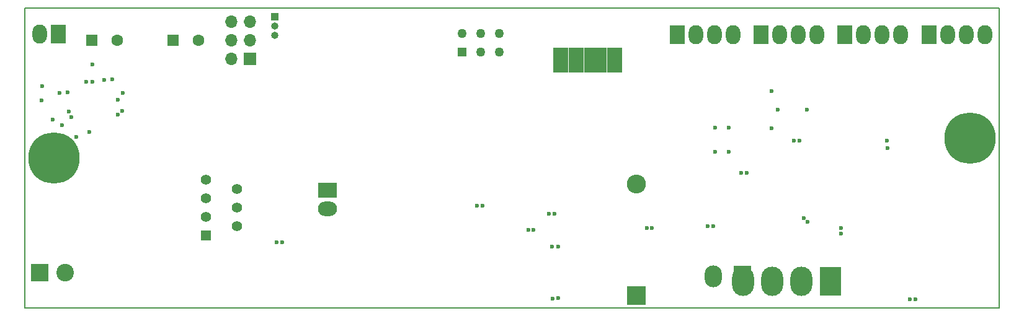
<source format=gbr>
G04 #@! TF.FileFunction,Copper,L4,Inr,Signal*
%FSLAX46Y46*%
G04 Gerber Fmt 4.6, Leading zero omitted, Abs format (unit mm)*
G04 Created by KiCad (PCBNEW 4.0.7) date 06/14/18 22:28:00*
%MOMM*%
%LPD*%
G01*
G04 APERTURE LIST*
%ADD10C,0.100000*%
%ADD11C,0.150000*%
%ADD12R,1.600000X1.600000*%
%ADD13C,1.600000*%
%ADD14R,2.600000X2.600000*%
%ADD15O,2.600000X2.600000*%
%ADD16C,7.000000*%
%ADD17R,1.700000X1.700000*%
%ADD18O,1.700000X1.700000*%
%ADD19R,1.000000X1.000000*%
%ADD20O,1.000000X1.000000*%
%ADD21R,2.350000X3.000000*%
%ADD22O,2.350000X3.000000*%
%ADD23C,1.270000*%
%ADD24R,1.270000X1.270000*%
%ADD25R,2.000000X2.600000*%
%ADD26O,2.000000X2.600000*%
%ADD27R,1.397000X1.397000*%
%ADD28C,1.397000*%
%ADD29R,1.100000X0.890000*%
%ADD30R,2.600000X2.000000*%
%ADD31O,2.600000X2.000000*%
%ADD32C,2.400000*%
%ADD33R,2.400000X2.400000*%
%ADD34R,3.000000X4.000000*%
%ADD35O,3.000000X4.000000*%
%ADD36C,0.600000*%
G04 APERTURE END LIST*
D10*
D11*
X25000000Y-164000000D02*
X25000000Y-123000000D01*
X158000000Y-164000000D02*
X25000000Y-164000000D01*
X158000000Y-123000000D02*
X158000000Y-164000000D01*
X25000000Y-123000000D02*
X158000000Y-123000000D01*
D12*
X45200000Y-127450000D03*
D13*
X48700000Y-127450000D03*
D12*
X34100000Y-127450000D03*
D13*
X37600000Y-127450000D03*
D14*
X108490000Y-162350000D03*
D15*
X108490000Y-147110000D03*
D16*
X154010000Y-140810000D03*
D17*
X55690000Y-129950000D03*
D18*
X53150000Y-129950000D03*
X55690000Y-127410000D03*
X53150000Y-127410000D03*
X55690000Y-124870000D03*
X53150000Y-124870000D03*
D19*
X59090000Y-124250000D03*
D20*
X59090000Y-125520000D03*
X59090000Y-126790000D03*
D21*
X122950000Y-159700000D03*
D22*
X118990000Y-159700000D03*
D23*
X84690000Y-126480000D03*
X87230000Y-126480000D03*
X89770000Y-126480000D03*
D24*
X84690000Y-129020000D03*
D23*
X87230000Y-129020000D03*
X89770000Y-129020000D03*
D25*
X125520000Y-126650000D03*
D26*
X128060000Y-126650000D03*
X130600000Y-126650000D03*
X133140000Y-126650000D03*
D25*
X114080000Y-126650000D03*
D26*
X116620000Y-126650000D03*
X119160000Y-126650000D03*
X121700000Y-126650000D03*
D25*
X136950000Y-126650000D03*
D26*
X139490000Y-126650000D03*
X142030000Y-126650000D03*
X144570000Y-126650000D03*
D25*
X148400000Y-126650000D03*
D26*
X150940000Y-126650000D03*
X153480000Y-126650000D03*
X156020000Y-126650000D03*
D27*
X49734000Y-154120000D03*
D28*
X53925000Y-152850000D03*
X49734000Y-151580000D03*
X53925000Y-150310000D03*
X49734000Y-149040000D03*
X53925000Y-147770000D03*
X49734000Y-146500000D03*
D29*
X106045000Y-131385000D03*
X106045000Y-130535000D03*
X106045000Y-128835000D03*
X106045000Y-129685000D03*
X104988750Y-129685000D03*
X104988750Y-128835000D03*
X104988750Y-130535000D03*
X104988750Y-131385000D03*
X103932500Y-131385000D03*
X103932500Y-130535000D03*
X103932500Y-128835000D03*
X103932500Y-129685000D03*
X102876250Y-129685000D03*
X102876250Y-128835000D03*
X102876250Y-130535000D03*
X102876250Y-131385000D03*
X101820000Y-131385000D03*
X101820000Y-130535000D03*
X101820000Y-128835000D03*
X101820000Y-129685000D03*
X100763750Y-129685000D03*
X100763750Y-128835000D03*
X100763750Y-130535000D03*
X100763750Y-131385000D03*
X99707500Y-131385000D03*
X99707500Y-130535000D03*
X99707500Y-128835000D03*
X99707500Y-129685000D03*
X98651250Y-129685000D03*
X98651250Y-128835000D03*
X98651250Y-130535000D03*
X98651250Y-131385000D03*
X97595000Y-131385000D03*
X97595000Y-130535000D03*
X97595000Y-128835000D03*
X97595000Y-129685000D03*
D16*
X29000000Y-143500000D03*
D30*
X66330000Y-147920000D03*
D31*
X66330000Y-150460000D03*
D25*
X29550000Y-126600000D03*
D26*
X27010000Y-126600000D03*
D32*
X30500000Y-159200000D03*
D33*
X27000000Y-159200000D03*
D34*
X134950000Y-160350000D03*
D35*
X130987600Y-160350000D03*
X127025200Y-160350000D03*
X123062800Y-160350000D03*
D36*
X109870000Y-153110000D03*
X110610000Y-153090000D03*
X97270000Y-151120000D03*
X96530000Y-151140000D03*
X34180000Y-133140000D03*
X34180000Y-130700000D03*
X28770000Y-138240000D03*
X32020000Y-140650000D03*
X121050000Y-142650000D03*
X119180000Y-142650000D03*
X131300000Y-151700000D03*
X131830000Y-152220000D03*
X123520000Y-145550000D03*
X122770000Y-145530000D03*
X121100000Y-139390000D03*
X119180000Y-139390000D03*
X118960000Y-152830000D03*
X118220000Y-152850000D03*
X96990000Y-155630000D03*
X97770000Y-155620000D03*
X97760000Y-162690000D03*
X97000000Y-162710000D03*
X142710000Y-141180000D03*
X142720000Y-142140000D03*
X129960000Y-141110000D03*
X130700000Y-141110000D03*
X31020000Y-137140000D03*
X35790000Y-132810000D03*
X29760000Y-134600000D03*
X30850000Y-134560000D03*
X146570000Y-162800000D03*
X136390000Y-153110000D03*
X145830000Y-162800000D03*
X136390000Y-153860000D03*
X30050000Y-139000000D03*
X33770000Y-139920000D03*
X37700000Y-137550000D03*
X27320000Y-133730000D03*
X37660000Y-135550000D03*
X33400000Y-133120000D03*
X59330000Y-155030000D03*
X60080000Y-155010000D03*
X94410000Y-153360000D03*
X93710000Y-153360000D03*
X87450000Y-150050000D03*
X86730000Y-150070000D03*
X131750000Y-136890000D03*
X126930000Y-139490000D03*
X127770000Y-136920000D03*
X126910000Y-134400000D03*
X38260000Y-137080000D03*
X36900000Y-132770000D03*
X38360000Y-134650000D03*
X31360000Y-137960000D03*
X27310000Y-135660000D03*
M02*

</source>
